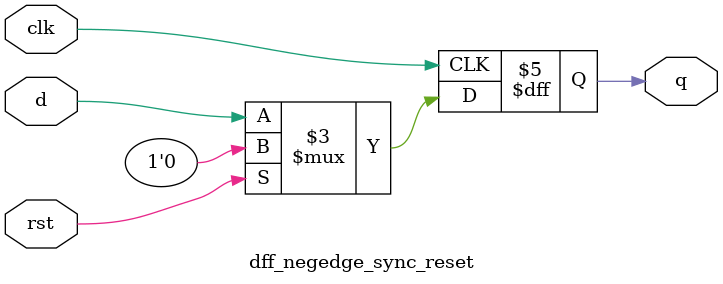
<source format=v>
module dff_negedge_sync_reset (
    input clk,
    input rst, // active high sync reset
    input d,
    output reg q
);
    always @(negedge clk) begin
        if (rst)
            q <= 0;
        else
            q <= d;
    end
endmodule

</source>
